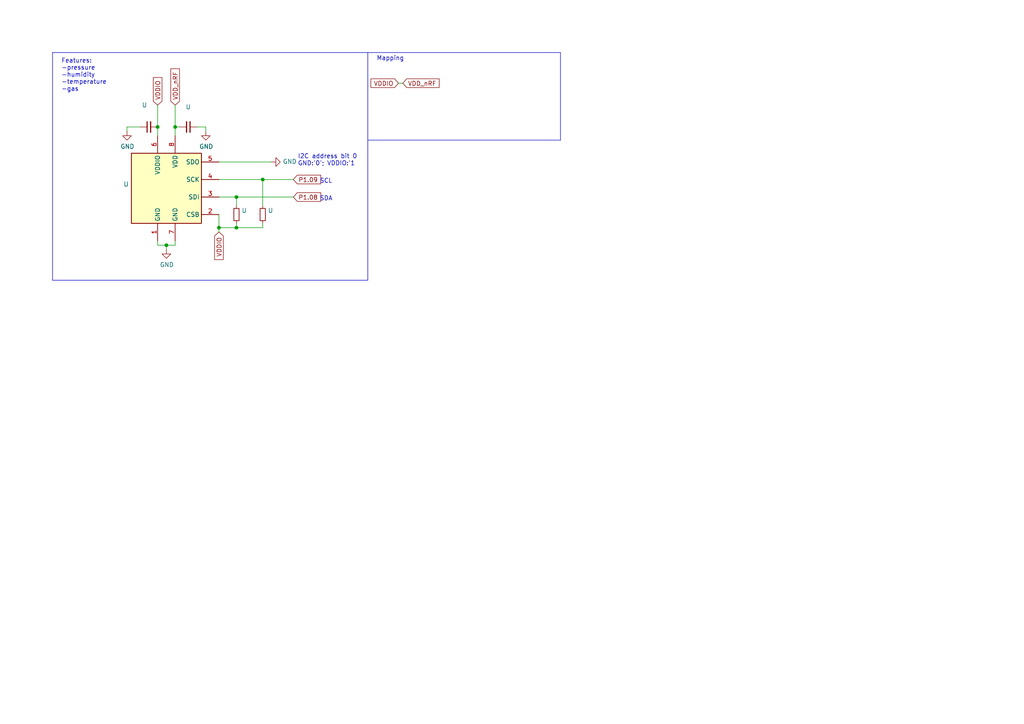
<source format=kicad_sch>
(kicad_sch (version 20220622) (generator eeschema)
  (paper "A4")
  (lib_symbols
    (symbol "Device:C_Small" (pin_numbers hide) (pin_names (offset 0.254) hide)
      (property "Reference" "C" (at 0.254 1.778 0))
      (property "Value" "C_Small" (at 0.254 -2.032 0))
      (symbol "C_Small_0_1"
        (polyline (pts (xy -1.524 -0.508) (xy 1.524 -0.508)) (stroke (width 0.3302)))
        (polyline (pts (xy -1.524 0.508) (xy 1.524 0.508)) (stroke (width 0.3048)))
      )
      (symbol "C_Small_1_1"
        (pin passive line (at 0 2.54 270) (length 2.032) (name "~") (number "1"))
        (pin passive line (at 0 -2.54 90) (length 2.032) (name "~") (number "2"))
      )
    )
    (symbol "Device:R_Small" (pin_numbers hide) (pin_names (offset 0.254) hide)
      (property "Reference" "R" (at 0.762 0.508 0))
      (property "Value" "R_Small" (at 0.762 -1.016 0))
      (symbol "R_Small_0_1"
        (rectangle (start -0.762 1.778) (end 0.762 -1.778) (stroke (width 0.2032)))
      )
      (symbol "R_Small_1_1"
        (pin passive line (at 0 2.54 270) (length 0.762) (name "~") (number "1"))
        (pin passive line (at 0 -2.54 90) (length 0.762) (name "~") (number "2"))
      )
    )
    (symbol "Sensor:BME680"
      (property "Reference" "U" (at -8.89 11.43 0))
      (property "Value" "BME680" (at 7.62 11.43 0))
      (symbol "BME680_0_1"
        (rectangle (start -10.16 10.16) (end 10.16 -10.16) (stroke (width 0.254)) (fill (type background)))
      )
      (symbol "BME680_1_1"
        (pin power_in line (at -2.54 -15.24 90) (length 5.08) (name "GND") (number "1"))
        (pin input line (at 15.24 -7.62 180) (length 5.08) (name "CSB") (number "2"))
        (pin bidirectional line (at 15.24 -2.54 180) (length 5.08) (name "SDI") (number "3"))
        (pin input line (at 15.24 2.54 180) (length 5.08) (name "SCK") (number "4"))
        (pin bidirectional line (at 15.24 7.62 180) (length 5.08) (name "SDO") (number "5"))
        (pin power_in line (at -2.54 15.24 270) (length 5.08) (name "VDDIO") (number "6"))
        (pin power_in line (at 2.54 -15.24 90) (length 5.08) (name "GND") (number "7"))
        (pin power_in line (at 2.54 15.24 270) (length 5.08) (name "VDD") (number "8"))
      )
    )
    (symbol "power:GND" (power) (pin_names (offset 0))
      (property "Value" "GND" (at 0 -3.81 0))
      (symbol "GND_0_1"
        (polyline (pts (xy 0 0) (xy 0 -1.27) (xy 1.27 -1.27) (xy 0 -2.54) (xy -1.27 -1.27) (xy 0 -1.27)))
      )
      (symbol "GND_1_1"
        (pin power_in line (at 0 0 270) (length 0) hide (name "GND") (number "1"))
      )
    )
  )
  (junction (at 63.5 66.04))
  (junction (at 76.2 52.07))
  (junction (at 45.72 36.83))
  (junction (at 68.58 57.15))
  (junction (at 50.8 36.83))
  (junction (at 48.26 71.12))
  (junction (at 68.58 66.04))
  (polyline (pts (xy 106.68 81.28) (xy 15.24 81.28)))
  (wire (pts (xy 45.72 30.48) (xy 45.72 36.83)))
  (polyline (pts (xy 162.56 15.24) (xy 162.56 40.64)))
  (wire (pts (xy 76.2 59.69) (xy 76.2 52.07)))
  (polyline (pts (xy 15.24 15.24) (xy 162.56 15.24)))
  (wire (pts (xy 50.8 36.83) (xy 50.8 39.37)))
  (wire (pts (xy 63.5 66.04) (xy 63.5 67.31)))
  (polyline (pts (xy 106.68 15.24) (xy 106.68 81.28)))
  (wire (pts (xy 63.5 66.04) (xy 68.58 66.04)))
  (wire (pts (xy 45.72 36.83) (xy 45.72 39.37)))
  (wire (pts (xy 40.64 36.83) (xy 36.83 36.83)))
  (wire (pts (xy 52.07 36.83) (xy 50.8 36.83)))
  (polyline (pts (xy 15.24 81.28) (xy 15.24 15.24)))
  (wire (pts (xy 63.5 52.07) (xy 76.2 52.07)))
  (wire (pts (xy 48.26 71.12) (xy 48.26 72.39)))
  (wire (pts (xy 57.15 36.83) (xy 59.69 36.83)))
  (wire (pts (xy 36.83 36.83) (xy 36.83 38.1)))
  (wire (pts (xy 115.57 24.13) (xy 116.84 24.13)))
  (wire (pts (xy 68.58 57.15) (xy 85.09 57.15)))
  (wire (pts (xy 50.8 71.12) (xy 50.8 69.85)))
  (wire (pts (xy 59.69 36.83) (xy 59.69 38.1)))
  (wire (pts (xy 76.2 52.07) (xy 85.09 52.07)))
  (wire (pts (xy 63.5 57.15) (xy 68.58 57.15)))
  (wire (pts (xy 48.26 71.12) (xy 50.8 71.12)))
  (polyline (pts (xy 162.56 40.64) (xy 106.68 40.64)))
  (wire (pts (xy 63.5 46.99) (xy 78.74 46.99)))
  (wire (pts (xy 50.8 36.83) (xy 50.8 30.48)))
  (wire (pts (xy 45.72 69.85) (xy 45.72 71.12)))
  (wire (pts (xy 68.58 66.04) (xy 76.2 66.04)))
  (wire (pts (xy 68.58 66.04) (xy 68.58 64.77)))
  (wire (pts (xy 63.5 62.23) (xy 63.5 66.04)))
  (wire (pts (xy 45.72 71.12) (xy 48.26 71.12)))
  (wire (pts (xy 76.2 66.04) (xy 76.2 64.77)))
  (wire (pts (xy 68.58 59.69) (xy 68.58 57.15)))
  (text "SDA" (at 92.71 58.42 0) (effects (font (size 1.27 1.27)) (justify left bottom)))
  (text "I2C address bit 0\nGND:'0'; VDDIO:'1" (at 86.36 48.26 0) (effects (font (size 1.27 1.27)) (justify left bottom)))
  (text "Features:\n-pressure\n-humidity\n-temperature\n-gas" (at 17.78 26.67 0) (effects (font (size 1.27 1.27)) (justify left bottom)))
  (text "Mapping" (at 109.22 17.78 0) (effects (font (size 1.27 1.27)) (justify left bottom)))
  (text "SCL" (at 92.71 53.34 0) (effects (font (size 1.27 1.27)) (justify left bottom)))
  (global_label "VDDIO" (shape input) (at 63.5 67.31 270) (property "Intersheetrefs" "${INTERSHEET_REFS}" (at 0 0 0)))
  (global_label "P1.09" (shape input) (at 85.09 52.07 0) (property "Intersheetrefs" "${INTERSHEET_REFS}" (at 0 0 0)))
  (global_label "P1.08" (shape input) (at 85.09 57.15 0) (property "Intersheetrefs" "${INTERSHEET_REFS}" (at 0 0 0)))
  (global_label "VDD_nRF" (shape input) (at 116.84 24.13 0) (property "Intersheetrefs" "${INTERSHEET_REFS}" (at 0 0 0)))
  (global_label "VDD_nRF" (shape input) (at 50.8 30.48 90) (property "Intersheetrefs" "${INTERSHEET_REFS}" (at 0 0 0)))
  (global_label "VDDIO" (shape input) (at 115.57 24.13 180) (property "Intersheetrefs" "${INTERSHEET_REFS}" (at 0 0 0)))
  (global_label "VDDIO" (shape input) (at 45.72 30.48 90) (property "Intersheetrefs" "${INTERSHEET_REFS}" (at 0 0 0)))
  (symbol (lib_id "Device:C_Small") (at 54.61 36.83 270) (unit 1)
    (default_instance (reference "U") (unit 1) (value "") (footprint ""))
    (property "Reference" "U" (at 54.61 31.0134 90))
  )
  (symbol (lib_id "power:GND") (at 59.69 38.1 0) (unit 1)
    (default_instance (reference "U") (unit 1) (value "") (footprint ""))
    (property "Reference" "U" (effects hide))
  )
  (symbol (lib_id "Device:C_Small") (at 43.18 36.83 90) (unit 1)
    (default_instance (reference "U") (unit 1) (value "") (footprint ""))
    (property "Reference" "U" (at 41.91 30.48 90))
  )
  (symbol (lib_id "power:GND") (at 36.83 38.1 0) (unit 1)
    (default_instance (reference "U") (unit 1) (value "") (footprint ""))
    (property "Reference" "U" (effects hide))
  )
  (symbol (lib_id "power:GND") (at 78.74 46.99 90) (unit 1)
    (default_instance (reference "U") (unit 1) (value "") (footprint ""))
    (property "Reference" "U" (effects hide))
  )
  (symbol (lib_id "Device:R_Small") (at 68.58 62.23 0) (unit 1)
    (default_instance (reference "U") (unit 1) (value "") (footprint ""))
    (property "Reference" "U" (at 70.0786 61.0616 0) (effects (justify left)))
  )
  (symbol (lib_id "Device:R_Small") (at 76.2 62.23 0) (unit 1)
    (default_instance (reference "U") (unit 1) (value "") (footprint ""))
    (property "Reference" "U" (at 77.6986 61.0616 0) (effects (justify left)))
  )
  (symbol (lib_id "power:GND") (at 48.26 72.39 0) (unit 1)
    (default_instance (reference "U") (unit 1) (value "") (footprint ""))
    (property "Reference" "U" (effects hide))
  )
  (symbol (lib_id "Sensor:BME680") (at 48.26 54.61 0) (unit 1)
    (default_instance (reference "U") (unit 1) (value "") (footprint ""))
    (property "Reference" "U" (at 37.338 53.4416 0) (effects (justify right)))
    (property "Datasheet" "https://ae-bst.resource.bosch.com/media/_tech/media/datasheets/BST-BME680-DS001-00.pdf" (effects hide))
  )
)
</source>
